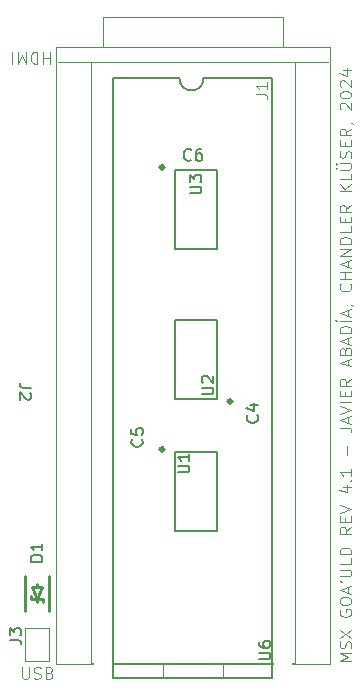
<source format=gto>
G04 #@! TF.GenerationSoftware,KiCad,Pcbnew,8.0.6*
G04 #@! TF.CreationDate,2024-10-21T20:58:37-03:00*
G04 #@! TF.ProjectId,MSX_Goauld_Rev4_1,4d53585f-476f-4617-956c-645f52657634,rev?*
G04 #@! TF.SameCoordinates,Original*
G04 #@! TF.FileFunction,Legend,Top*
G04 #@! TF.FilePolarity,Positive*
%FSLAX46Y46*%
G04 Gerber Fmt 4.6, Leading zero omitted, Abs format (unit mm)*
G04 Created by KiCad (PCBNEW 8.0.6) date 2024-10-21 20:58:37*
%MOMM*%
%LPD*%
G01*
G04 APERTURE LIST*
G04 Aperture macros list*
%AMFreePoly0*
4,1,6,1.000000,0.000000,0.500000,-0.750000,-0.500000,-0.750000,-0.500000,0.750000,0.500000,0.750000,1.000000,0.000000,1.000000,0.000000,$1*%
%AMFreePoly1*
4,1,6,0.500000,-0.750000,-0.650000,-0.750000,-0.150000,0.000000,-0.650000,0.750000,0.500000,0.750000,0.500000,-0.750000,0.500000,-0.750000,$1*%
G04 Aperture macros list end*
%ADD10C,0.100000*%
%ADD11C,0.150000*%
%ADD12C,0.120000*%
%ADD13C,0.250000*%
%ADD14C,0.300000*%
%ADD15C,0.152400*%
%ADD16FreePoly0,270.000000*%
%ADD17FreePoly1,270.000000*%
%ADD18R,1.400000X1.200000*%
%ADD19C,1.320800*%
%ADD20R,0.860000X0.810000*%
%ADD21O,1.740000X0.360000*%
%ADD22C,1.500000*%
%ADD23R,0.810000X0.860000*%
G04 APERTURE END LIST*
D10*
X153424095Y-125872419D02*
X153424095Y-126681942D01*
X153424095Y-126681942D02*
X153471714Y-126777180D01*
X153471714Y-126777180D02*
X153519333Y-126824800D01*
X153519333Y-126824800D02*
X153614571Y-126872419D01*
X153614571Y-126872419D02*
X153805047Y-126872419D01*
X153805047Y-126872419D02*
X153900285Y-126824800D01*
X153900285Y-126824800D02*
X153947904Y-126777180D01*
X153947904Y-126777180D02*
X153995523Y-126681942D01*
X153995523Y-126681942D02*
X153995523Y-125872419D01*
X154424095Y-126824800D02*
X154566952Y-126872419D01*
X154566952Y-126872419D02*
X154805047Y-126872419D01*
X154805047Y-126872419D02*
X154900285Y-126824800D01*
X154900285Y-126824800D02*
X154947904Y-126777180D01*
X154947904Y-126777180D02*
X154995523Y-126681942D01*
X154995523Y-126681942D02*
X154995523Y-126586704D01*
X154995523Y-126586704D02*
X154947904Y-126491466D01*
X154947904Y-126491466D02*
X154900285Y-126443847D01*
X154900285Y-126443847D02*
X154805047Y-126396228D01*
X154805047Y-126396228D02*
X154614571Y-126348609D01*
X154614571Y-126348609D02*
X154519333Y-126300990D01*
X154519333Y-126300990D02*
X154471714Y-126253371D01*
X154471714Y-126253371D02*
X154424095Y-126158133D01*
X154424095Y-126158133D02*
X154424095Y-126062895D01*
X154424095Y-126062895D02*
X154471714Y-125967657D01*
X154471714Y-125967657D02*
X154519333Y-125920038D01*
X154519333Y-125920038D02*
X154614571Y-125872419D01*
X154614571Y-125872419D02*
X154852666Y-125872419D01*
X154852666Y-125872419D02*
X154995523Y-125920038D01*
X155757428Y-126348609D02*
X155900285Y-126396228D01*
X155900285Y-126396228D02*
X155947904Y-126443847D01*
X155947904Y-126443847D02*
X155995523Y-126539085D01*
X155995523Y-126539085D02*
X155995523Y-126681942D01*
X155995523Y-126681942D02*
X155947904Y-126777180D01*
X155947904Y-126777180D02*
X155900285Y-126824800D01*
X155900285Y-126824800D02*
X155805047Y-126872419D01*
X155805047Y-126872419D02*
X155424095Y-126872419D01*
X155424095Y-126872419D02*
X155424095Y-125872419D01*
X155424095Y-125872419D02*
X155757428Y-125872419D01*
X155757428Y-125872419D02*
X155852666Y-125920038D01*
X155852666Y-125920038D02*
X155900285Y-125967657D01*
X155900285Y-125967657D02*
X155947904Y-126062895D01*
X155947904Y-126062895D02*
X155947904Y-126158133D01*
X155947904Y-126158133D02*
X155900285Y-126253371D01*
X155900285Y-126253371D02*
X155852666Y-126300990D01*
X155852666Y-126300990D02*
X155757428Y-126348609D01*
X155757428Y-126348609D02*
X155424095Y-126348609D01*
X155773237Y-73787580D02*
X155773237Y-74787580D01*
X155773237Y-74311390D02*
X155201809Y-74311390D01*
X155201809Y-73787580D02*
X155201809Y-74787580D01*
X154725618Y-73787580D02*
X154725618Y-74787580D01*
X154725618Y-74787580D02*
X154487523Y-74787580D01*
X154487523Y-74787580D02*
X154344666Y-74739961D01*
X154344666Y-74739961D02*
X154249428Y-74644723D01*
X154249428Y-74644723D02*
X154201809Y-74549485D01*
X154201809Y-74549485D02*
X154154190Y-74359009D01*
X154154190Y-74359009D02*
X154154190Y-74216152D01*
X154154190Y-74216152D02*
X154201809Y-74025676D01*
X154201809Y-74025676D02*
X154249428Y-73930438D01*
X154249428Y-73930438D02*
X154344666Y-73835200D01*
X154344666Y-73835200D02*
X154487523Y-73787580D01*
X154487523Y-73787580D02*
X154725618Y-73787580D01*
X153725618Y-73787580D02*
X153725618Y-74787580D01*
X153725618Y-74787580D02*
X153392285Y-74073295D01*
X153392285Y-74073295D02*
X153058952Y-74787580D01*
X153058952Y-74787580D02*
X153058952Y-73787580D01*
X152582761Y-73787580D02*
X152582761Y-74787580D01*
X181305419Y-125377619D02*
X180305419Y-125377619D01*
X180305419Y-125377619D02*
X181019704Y-125044286D01*
X181019704Y-125044286D02*
X180305419Y-124710953D01*
X180305419Y-124710953D02*
X181305419Y-124710953D01*
X181257800Y-124282381D02*
X181305419Y-124139524D01*
X181305419Y-124139524D02*
X181305419Y-123901429D01*
X181305419Y-123901429D02*
X181257800Y-123806191D01*
X181257800Y-123806191D02*
X181210180Y-123758572D01*
X181210180Y-123758572D02*
X181114942Y-123710953D01*
X181114942Y-123710953D02*
X181019704Y-123710953D01*
X181019704Y-123710953D02*
X180924466Y-123758572D01*
X180924466Y-123758572D02*
X180876847Y-123806191D01*
X180876847Y-123806191D02*
X180829228Y-123901429D01*
X180829228Y-123901429D02*
X180781609Y-124091905D01*
X180781609Y-124091905D02*
X180733990Y-124187143D01*
X180733990Y-124187143D02*
X180686371Y-124234762D01*
X180686371Y-124234762D02*
X180591133Y-124282381D01*
X180591133Y-124282381D02*
X180495895Y-124282381D01*
X180495895Y-124282381D02*
X180400657Y-124234762D01*
X180400657Y-124234762D02*
X180353038Y-124187143D01*
X180353038Y-124187143D02*
X180305419Y-124091905D01*
X180305419Y-124091905D02*
X180305419Y-123853810D01*
X180305419Y-123853810D02*
X180353038Y-123710953D01*
X180305419Y-123377619D02*
X181305419Y-122710953D01*
X180305419Y-122710953D02*
X181305419Y-123377619D01*
X180353038Y-121044286D02*
X180305419Y-121139524D01*
X180305419Y-121139524D02*
X180305419Y-121282381D01*
X180305419Y-121282381D02*
X180353038Y-121425238D01*
X180353038Y-121425238D02*
X180448276Y-121520476D01*
X180448276Y-121520476D02*
X180543514Y-121568095D01*
X180543514Y-121568095D02*
X180733990Y-121615714D01*
X180733990Y-121615714D02*
X180876847Y-121615714D01*
X180876847Y-121615714D02*
X181067323Y-121568095D01*
X181067323Y-121568095D02*
X181162561Y-121520476D01*
X181162561Y-121520476D02*
X181257800Y-121425238D01*
X181257800Y-121425238D02*
X181305419Y-121282381D01*
X181305419Y-121282381D02*
X181305419Y-121187143D01*
X181305419Y-121187143D02*
X181257800Y-121044286D01*
X181257800Y-121044286D02*
X181210180Y-120996667D01*
X181210180Y-120996667D02*
X180876847Y-120996667D01*
X180876847Y-120996667D02*
X180876847Y-121187143D01*
X180305419Y-120377619D02*
X180305419Y-120187143D01*
X180305419Y-120187143D02*
X180353038Y-120091905D01*
X180353038Y-120091905D02*
X180448276Y-119996667D01*
X180448276Y-119996667D02*
X180638752Y-119949048D01*
X180638752Y-119949048D02*
X180972085Y-119949048D01*
X180972085Y-119949048D02*
X181162561Y-119996667D01*
X181162561Y-119996667D02*
X181257800Y-120091905D01*
X181257800Y-120091905D02*
X181305419Y-120187143D01*
X181305419Y-120187143D02*
X181305419Y-120377619D01*
X181305419Y-120377619D02*
X181257800Y-120472857D01*
X181257800Y-120472857D02*
X181162561Y-120568095D01*
X181162561Y-120568095D02*
X180972085Y-120615714D01*
X180972085Y-120615714D02*
X180638752Y-120615714D01*
X180638752Y-120615714D02*
X180448276Y-120568095D01*
X180448276Y-120568095D02*
X180353038Y-120472857D01*
X180353038Y-120472857D02*
X180305419Y-120377619D01*
X181019704Y-119568095D02*
X181019704Y-119091905D01*
X181305419Y-119663333D02*
X180305419Y-119330000D01*
X180305419Y-119330000D02*
X181305419Y-118996667D01*
X180305419Y-118615714D02*
X180495895Y-118710952D01*
X180305419Y-118187143D02*
X181114942Y-118187143D01*
X181114942Y-118187143D02*
X181210180Y-118139524D01*
X181210180Y-118139524D02*
X181257800Y-118091905D01*
X181257800Y-118091905D02*
X181305419Y-117996667D01*
X181305419Y-117996667D02*
X181305419Y-117806191D01*
X181305419Y-117806191D02*
X181257800Y-117710953D01*
X181257800Y-117710953D02*
X181210180Y-117663334D01*
X181210180Y-117663334D02*
X181114942Y-117615715D01*
X181114942Y-117615715D02*
X180305419Y-117615715D01*
X181305419Y-116663334D02*
X181305419Y-117139524D01*
X181305419Y-117139524D02*
X180305419Y-117139524D01*
X181305419Y-116330000D02*
X180305419Y-116330000D01*
X180305419Y-116330000D02*
X180305419Y-116091905D01*
X180305419Y-116091905D02*
X180353038Y-115949048D01*
X180353038Y-115949048D02*
X180448276Y-115853810D01*
X180448276Y-115853810D02*
X180543514Y-115806191D01*
X180543514Y-115806191D02*
X180733990Y-115758572D01*
X180733990Y-115758572D02*
X180876847Y-115758572D01*
X180876847Y-115758572D02*
X181067323Y-115806191D01*
X181067323Y-115806191D02*
X181162561Y-115853810D01*
X181162561Y-115853810D02*
X181257800Y-115949048D01*
X181257800Y-115949048D02*
X181305419Y-116091905D01*
X181305419Y-116091905D02*
X181305419Y-116330000D01*
X181305419Y-113996667D02*
X180829228Y-114330000D01*
X181305419Y-114568095D02*
X180305419Y-114568095D01*
X180305419Y-114568095D02*
X180305419Y-114187143D01*
X180305419Y-114187143D02*
X180353038Y-114091905D01*
X180353038Y-114091905D02*
X180400657Y-114044286D01*
X180400657Y-114044286D02*
X180495895Y-113996667D01*
X180495895Y-113996667D02*
X180638752Y-113996667D01*
X180638752Y-113996667D02*
X180733990Y-114044286D01*
X180733990Y-114044286D02*
X180781609Y-114091905D01*
X180781609Y-114091905D02*
X180829228Y-114187143D01*
X180829228Y-114187143D02*
X180829228Y-114568095D01*
X180781609Y-113568095D02*
X180781609Y-113234762D01*
X181305419Y-113091905D02*
X181305419Y-113568095D01*
X181305419Y-113568095D02*
X180305419Y-113568095D01*
X180305419Y-113568095D02*
X180305419Y-113091905D01*
X180305419Y-112806190D02*
X181305419Y-112472857D01*
X181305419Y-112472857D02*
X180305419Y-112139524D01*
X180638752Y-110615714D02*
X181305419Y-110615714D01*
X180257800Y-110853809D02*
X180972085Y-111091904D01*
X180972085Y-111091904D02*
X180972085Y-110472857D01*
X181210180Y-110091904D02*
X181257800Y-110044285D01*
X181257800Y-110044285D02*
X181305419Y-110091904D01*
X181305419Y-110091904D02*
X181257800Y-110139523D01*
X181257800Y-110139523D02*
X181210180Y-110091904D01*
X181210180Y-110091904D02*
X181305419Y-110091904D01*
X181305419Y-109091905D02*
X181305419Y-109663333D01*
X181305419Y-109377619D02*
X180305419Y-109377619D01*
X180305419Y-109377619D02*
X180448276Y-109472857D01*
X180448276Y-109472857D02*
X180543514Y-109568095D01*
X180543514Y-109568095D02*
X180591133Y-109663333D01*
X180924466Y-107901428D02*
X180924466Y-107139524D01*
X180305419Y-105615714D02*
X181019704Y-105615714D01*
X181019704Y-105615714D02*
X181162561Y-105663333D01*
X181162561Y-105663333D02*
X181257800Y-105758571D01*
X181257800Y-105758571D02*
X181305419Y-105901428D01*
X181305419Y-105901428D02*
X181305419Y-105996666D01*
X181019704Y-105187142D02*
X181019704Y-104710952D01*
X181305419Y-105282380D02*
X180305419Y-104949047D01*
X180305419Y-104949047D02*
X181305419Y-104615714D01*
X180305419Y-104425237D02*
X181305419Y-104091904D01*
X181305419Y-104091904D02*
X180305419Y-103758571D01*
X181305419Y-103425237D02*
X180305419Y-103425237D01*
X180781609Y-102949047D02*
X180781609Y-102615714D01*
X181305419Y-102472857D02*
X181305419Y-102949047D01*
X181305419Y-102949047D02*
X180305419Y-102949047D01*
X180305419Y-102949047D02*
X180305419Y-102472857D01*
X181305419Y-101472857D02*
X180829228Y-101806190D01*
X181305419Y-102044285D02*
X180305419Y-102044285D01*
X180305419Y-102044285D02*
X180305419Y-101663333D01*
X180305419Y-101663333D02*
X180353038Y-101568095D01*
X180353038Y-101568095D02*
X180400657Y-101520476D01*
X180400657Y-101520476D02*
X180495895Y-101472857D01*
X180495895Y-101472857D02*
X180638752Y-101472857D01*
X180638752Y-101472857D02*
X180733990Y-101520476D01*
X180733990Y-101520476D02*
X180781609Y-101568095D01*
X180781609Y-101568095D02*
X180829228Y-101663333D01*
X180829228Y-101663333D02*
X180829228Y-102044285D01*
X181019704Y-100329999D02*
X181019704Y-99853809D01*
X181305419Y-100425237D02*
X180305419Y-100091904D01*
X180305419Y-100091904D02*
X181305419Y-99758571D01*
X180781609Y-99091904D02*
X180829228Y-98949047D01*
X180829228Y-98949047D02*
X180876847Y-98901428D01*
X180876847Y-98901428D02*
X180972085Y-98853809D01*
X180972085Y-98853809D02*
X181114942Y-98853809D01*
X181114942Y-98853809D02*
X181210180Y-98901428D01*
X181210180Y-98901428D02*
X181257800Y-98949047D01*
X181257800Y-98949047D02*
X181305419Y-99044285D01*
X181305419Y-99044285D02*
X181305419Y-99425237D01*
X181305419Y-99425237D02*
X180305419Y-99425237D01*
X180305419Y-99425237D02*
X180305419Y-99091904D01*
X180305419Y-99091904D02*
X180353038Y-98996666D01*
X180353038Y-98996666D02*
X180400657Y-98949047D01*
X180400657Y-98949047D02*
X180495895Y-98901428D01*
X180495895Y-98901428D02*
X180591133Y-98901428D01*
X180591133Y-98901428D02*
X180686371Y-98949047D01*
X180686371Y-98949047D02*
X180733990Y-98996666D01*
X180733990Y-98996666D02*
X180781609Y-99091904D01*
X180781609Y-99091904D02*
X180781609Y-99425237D01*
X181019704Y-98472856D02*
X181019704Y-97996666D01*
X181305419Y-98568094D02*
X180305419Y-98234761D01*
X180305419Y-98234761D02*
X181305419Y-97901428D01*
X181305419Y-97568094D02*
X180305419Y-97568094D01*
X180305419Y-97568094D02*
X180305419Y-97329999D01*
X180305419Y-97329999D02*
X180353038Y-97187142D01*
X180353038Y-97187142D02*
X180448276Y-97091904D01*
X180448276Y-97091904D02*
X180543514Y-97044285D01*
X180543514Y-97044285D02*
X180733990Y-96996666D01*
X180733990Y-96996666D02*
X180876847Y-96996666D01*
X180876847Y-96996666D02*
X181067323Y-97044285D01*
X181067323Y-97044285D02*
X181162561Y-97091904D01*
X181162561Y-97091904D02*
X181257800Y-97187142D01*
X181257800Y-97187142D02*
X181305419Y-97329999D01*
X181305419Y-97329999D02*
X181305419Y-97568094D01*
X181305419Y-96568094D02*
X180305419Y-96568094D01*
X179924466Y-96472856D02*
X180067323Y-96615713D01*
X181019704Y-96139523D02*
X181019704Y-95663333D01*
X181305419Y-96234761D02*
X180305419Y-95901428D01*
X180305419Y-95901428D02*
X181305419Y-95568095D01*
X181257800Y-95187142D02*
X181305419Y-95187142D01*
X181305419Y-95187142D02*
X181400657Y-95234761D01*
X181400657Y-95234761D02*
X181448276Y-95282380D01*
X181210180Y-93425238D02*
X181257800Y-93472857D01*
X181257800Y-93472857D02*
X181305419Y-93615714D01*
X181305419Y-93615714D02*
X181305419Y-93710952D01*
X181305419Y-93710952D02*
X181257800Y-93853809D01*
X181257800Y-93853809D02*
X181162561Y-93949047D01*
X181162561Y-93949047D02*
X181067323Y-93996666D01*
X181067323Y-93996666D02*
X180876847Y-94044285D01*
X180876847Y-94044285D02*
X180733990Y-94044285D01*
X180733990Y-94044285D02*
X180543514Y-93996666D01*
X180543514Y-93996666D02*
X180448276Y-93949047D01*
X180448276Y-93949047D02*
X180353038Y-93853809D01*
X180353038Y-93853809D02*
X180305419Y-93710952D01*
X180305419Y-93710952D02*
X180305419Y-93615714D01*
X180305419Y-93615714D02*
X180353038Y-93472857D01*
X180353038Y-93472857D02*
X180400657Y-93425238D01*
X181305419Y-92996666D02*
X180305419Y-92996666D01*
X180781609Y-92996666D02*
X180781609Y-92425238D01*
X181305419Y-92425238D02*
X180305419Y-92425238D01*
X181019704Y-91996666D02*
X181019704Y-91520476D01*
X181305419Y-92091904D02*
X180305419Y-91758571D01*
X180305419Y-91758571D02*
X181305419Y-91425238D01*
X181305419Y-91091904D02*
X180305419Y-91091904D01*
X180305419Y-91091904D02*
X181305419Y-90520476D01*
X181305419Y-90520476D02*
X180305419Y-90520476D01*
X181305419Y-90044285D02*
X180305419Y-90044285D01*
X180305419Y-90044285D02*
X180305419Y-89806190D01*
X180305419Y-89806190D02*
X180353038Y-89663333D01*
X180353038Y-89663333D02*
X180448276Y-89568095D01*
X180448276Y-89568095D02*
X180543514Y-89520476D01*
X180543514Y-89520476D02*
X180733990Y-89472857D01*
X180733990Y-89472857D02*
X180876847Y-89472857D01*
X180876847Y-89472857D02*
X181067323Y-89520476D01*
X181067323Y-89520476D02*
X181162561Y-89568095D01*
X181162561Y-89568095D02*
X181257800Y-89663333D01*
X181257800Y-89663333D02*
X181305419Y-89806190D01*
X181305419Y-89806190D02*
X181305419Y-90044285D01*
X181305419Y-88568095D02*
X181305419Y-89044285D01*
X181305419Y-89044285D02*
X180305419Y-89044285D01*
X180781609Y-88234761D02*
X180781609Y-87901428D01*
X181305419Y-87758571D02*
X181305419Y-88234761D01*
X181305419Y-88234761D02*
X180305419Y-88234761D01*
X180305419Y-88234761D02*
X180305419Y-87758571D01*
X181305419Y-86758571D02*
X180829228Y-87091904D01*
X181305419Y-87329999D02*
X180305419Y-87329999D01*
X180305419Y-87329999D02*
X180305419Y-86949047D01*
X180305419Y-86949047D02*
X180353038Y-86853809D01*
X180353038Y-86853809D02*
X180400657Y-86806190D01*
X180400657Y-86806190D02*
X180495895Y-86758571D01*
X180495895Y-86758571D02*
X180638752Y-86758571D01*
X180638752Y-86758571D02*
X180733990Y-86806190D01*
X180733990Y-86806190D02*
X180781609Y-86853809D01*
X180781609Y-86853809D02*
X180829228Y-86949047D01*
X180829228Y-86949047D02*
X180829228Y-87329999D01*
X181305419Y-85568094D02*
X180305419Y-85568094D01*
X181305419Y-84996666D02*
X180733990Y-85425237D01*
X180305419Y-84996666D02*
X180876847Y-85568094D01*
X181305419Y-84091904D02*
X181305419Y-84568094D01*
X181305419Y-84568094D02*
X180305419Y-84568094D01*
X180305419Y-83758570D02*
X181114942Y-83758570D01*
X181114942Y-83758570D02*
X181210180Y-83710951D01*
X181210180Y-83710951D02*
X181257800Y-83663332D01*
X181257800Y-83663332D02*
X181305419Y-83568094D01*
X181305419Y-83568094D02*
X181305419Y-83377618D01*
X181305419Y-83377618D02*
X181257800Y-83282380D01*
X181257800Y-83282380D02*
X181210180Y-83234761D01*
X181210180Y-83234761D02*
X181114942Y-83187142D01*
X181114942Y-83187142D02*
X180305419Y-83187142D01*
X179972085Y-83663332D02*
X180019704Y-83615713D01*
X180019704Y-83615713D02*
X180067323Y-83663332D01*
X180067323Y-83663332D02*
X180019704Y-83710951D01*
X180019704Y-83710951D02*
X179972085Y-83663332D01*
X179972085Y-83663332D02*
X180067323Y-83663332D01*
X179972085Y-83282380D02*
X180019704Y-83234761D01*
X180019704Y-83234761D02*
X180067323Y-83282380D01*
X180067323Y-83282380D02*
X180019704Y-83329999D01*
X180019704Y-83329999D02*
X179972085Y-83282380D01*
X179972085Y-83282380D02*
X180067323Y-83282380D01*
X181257800Y-82758570D02*
X181305419Y-82615713D01*
X181305419Y-82615713D02*
X181305419Y-82377618D01*
X181305419Y-82377618D02*
X181257800Y-82282380D01*
X181257800Y-82282380D02*
X181210180Y-82234761D01*
X181210180Y-82234761D02*
X181114942Y-82187142D01*
X181114942Y-82187142D02*
X181019704Y-82187142D01*
X181019704Y-82187142D02*
X180924466Y-82234761D01*
X180924466Y-82234761D02*
X180876847Y-82282380D01*
X180876847Y-82282380D02*
X180829228Y-82377618D01*
X180829228Y-82377618D02*
X180781609Y-82568094D01*
X180781609Y-82568094D02*
X180733990Y-82663332D01*
X180733990Y-82663332D02*
X180686371Y-82710951D01*
X180686371Y-82710951D02*
X180591133Y-82758570D01*
X180591133Y-82758570D02*
X180495895Y-82758570D01*
X180495895Y-82758570D02*
X180400657Y-82710951D01*
X180400657Y-82710951D02*
X180353038Y-82663332D01*
X180353038Y-82663332D02*
X180305419Y-82568094D01*
X180305419Y-82568094D02*
X180305419Y-82329999D01*
X180305419Y-82329999D02*
X180353038Y-82187142D01*
X180781609Y-81758570D02*
X180781609Y-81425237D01*
X181305419Y-81282380D02*
X181305419Y-81758570D01*
X181305419Y-81758570D02*
X180305419Y-81758570D01*
X180305419Y-81758570D02*
X180305419Y-81282380D01*
X181305419Y-80282380D02*
X180829228Y-80615713D01*
X181305419Y-80853808D02*
X180305419Y-80853808D01*
X180305419Y-80853808D02*
X180305419Y-80472856D01*
X180305419Y-80472856D02*
X180353038Y-80377618D01*
X180353038Y-80377618D02*
X180400657Y-80329999D01*
X180400657Y-80329999D02*
X180495895Y-80282380D01*
X180495895Y-80282380D02*
X180638752Y-80282380D01*
X180638752Y-80282380D02*
X180733990Y-80329999D01*
X180733990Y-80329999D02*
X180781609Y-80377618D01*
X180781609Y-80377618D02*
X180829228Y-80472856D01*
X180829228Y-80472856D02*
X180829228Y-80853808D01*
X181257800Y-79806189D02*
X181305419Y-79806189D01*
X181305419Y-79806189D02*
X181400657Y-79853808D01*
X181400657Y-79853808D02*
X181448276Y-79901427D01*
X180400657Y-78663332D02*
X180353038Y-78615713D01*
X180353038Y-78615713D02*
X180305419Y-78520475D01*
X180305419Y-78520475D02*
X180305419Y-78282380D01*
X180305419Y-78282380D02*
X180353038Y-78187142D01*
X180353038Y-78187142D02*
X180400657Y-78139523D01*
X180400657Y-78139523D02*
X180495895Y-78091904D01*
X180495895Y-78091904D02*
X180591133Y-78091904D01*
X180591133Y-78091904D02*
X180733990Y-78139523D01*
X180733990Y-78139523D02*
X181305419Y-78710951D01*
X181305419Y-78710951D02*
X181305419Y-78091904D01*
X180305419Y-77472856D02*
X180305419Y-77377618D01*
X180305419Y-77377618D02*
X180353038Y-77282380D01*
X180353038Y-77282380D02*
X180400657Y-77234761D01*
X180400657Y-77234761D02*
X180495895Y-77187142D01*
X180495895Y-77187142D02*
X180686371Y-77139523D01*
X180686371Y-77139523D02*
X180924466Y-77139523D01*
X180924466Y-77139523D02*
X181114942Y-77187142D01*
X181114942Y-77187142D02*
X181210180Y-77234761D01*
X181210180Y-77234761D02*
X181257800Y-77282380D01*
X181257800Y-77282380D02*
X181305419Y-77377618D01*
X181305419Y-77377618D02*
X181305419Y-77472856D01*
X181305419Y-77472856D02*
X181257800Y-77568094D01*
X181257800Y-77568094D02*
X181210180Y-77615713D01*
X181210180Y-77615713D02*
X181114942Y-77663332D01*
X181114942Y-77663332D02*
X180924466Y-77710951D01*
X180924466Y-77710951D02*
X180686371Y-77710951D01*
X180686371Y-77710951D02*
X180495895Y-77663332D01*
X180495895Y-77663332D02*
X180400657Y-77615713D01*
X180400657Y-77615713D02*
X180353038Y-77568094D01*
X180353038Y-77568094D02*
X180305419Y-77472856D01*
X180400657Y-76758570D02*
X180353038Y-76710951D01*
X180353038Y-76710951D02*
X180305419Y-76615713D01*
X180305419Y-76615713D02*
X180305419Y-76377618D01*
X180305419Y-76377618D02*
X180353038Y-76282380D01*
X180353038Y-76282380D02*
X180400657Y-76234761D01*
X180400657Y-76234761D02*
X180495895Y-76187142D01*
X180495895Y-76187142D02*
X180591133Y-76187142D01*
X180591133Y-76187142D02*
X180733990Y-76234761D01*
X180733990Y-76234761D02*
X181305419Y-76806189D01*
X181305419Y-76806189D02*
X181305419Y-76187142D01*
X180638752Y-75329999D02*
X181305419Y-75329999D01*
X180257800Y-75568094D02*
X180972085Y-75806189D01*
X180972085Y-75806189D02*
X180972085Y-75187142D01*
D11*
X154215180Y-102222493D02*
X153500895Y-102222493D01*
X153500895Y-102222493D02*
X153358038Y-102174874D01*
X153358038Y-102174874D02*
X153262800Y-102079636D01*
X153262800Y-102079636D02*
X153215180Y-101936779D01*
X153215180Y-101936779D02*
X153215180Y-101841541D01*
X154119942Y-102651065D02*
X154167561Y-102698684D01*
X154167561Y-102698684D02*
X154215180Y-102793922D01*
X154215180Y-102793922D02*
X154215180Y-103032017D01*
X154215180Y-103032017D02*
X154167561Y-103127255D01*
X154167561Y-103127255D02*
X154119942Y-103174874D01*
X154119942Y-103174874D02*
X154024704Y-103222493D01*
X154024704Y-103222493D02*
X153929466Y-103222493D01*
X153929466Y-103222493D02*
X153786609Y-103174874D01*
X153786609Y-103174874D02*
X153215180Y-102603446D01*
X153215180Y-102603446D02*
X153215180Y-103222493D01*
X152362819Y-123583506D02*
X153077104Y-123583506D01*
X153077104Y-123583506D02*
X153219961Y-123631125D01*
X153219961Y-123631125D02*
X153315200Y-123726363D01*
X153315200Y-123726363D02*
X153362819Y-123869220D01*
X153362819Y-123869220D02*
X153362819Y-123964458D01*
X152362819Y-123202553D02*
X152362819Y-122583506D01*
X152362819Y-122583506D02*
X152743771Y-122916839D01*
X152743771Y-122916839D02*
X152743771Y-122773982D01*
X152743771Y-122773982D02*
X152791390Y-122678744D01*
X152791390Y-122678744D02*
X152839009Y-122631125D01*
X152839009Y-122631125D02*
X152934247Y-122583506D01*
X152934247Y-122583506D02*
X153172342Y-122583506D01*
X153172342Y-122583506D02*
X153267580Y-122631125D01*
X153267580Y-122631125D02*
X153315200Y-122678744D01*
X153315200Y-122678744D02*
X153362819Y-122773982D01*
X153362819Y-122773982D02*
X153362819Y-123059696D01*
X153362819Y-123059696D02*
X153315200Y-123154934D01*
X153315200Y-123154934D02*
X153267580Y-123202553D01*
X155140819Y-116943094D02*
X154140819Y-116943094D01*
X154140819Y-116943094D02*
X154140819Y-116704999D01*
X154140819Y-116704999D02*
X154188438Y-116562142D01*
X154188438Y-116562142D02*
X154283676Y-116466904D01*
X154283676Y-116466904D02*
X154378914Y-116419285D01*
X154378914Y-116419285D02*
X154569390Y-116371666D01*
X154569390Y-116371666D02*
X154712247Y-116371666D01*
X154712247Y-116371666D02*
X154902723Y-116419285D01*
X154902723Y-116419285D02*
X154997961Y-116466904D01*
X154997961Y-116466904D02*
X155093200Y-116562142D01*
X155093200Y-116562142D02*
X155140819Y-116704999D01*
X155140819Y-116704999D02*
X155140819Y-116943094D01*
X155140819Y-115419285D02*
X155140819Y-115990713D01*
X155140819Y-115704999D02*
X154140819Y-115704999D01*
X154140819Y-115704999D02*
X154283676Y-115800237D01*
X154283676Y-115800237D02*
X154378914Y-115895475D01*
X154378914Y-115895475D02*
X154426533Y-115990713D01*
X173444819Y-125221904D02*
X174254342Y-125221904D01*
X174254342Y-125221904D02*
X174349580Y-125174285D01*
X174349580Y-125174285D02*
X174397200Y-125126666D01*
X174397200Y-125126666D02*
X174444819Y-125031428D01*
X174444819Y-125031428D02*
X174444819Y-124840952D01*
X174444819Y-124840952D02*
X174397200Y-124745714D01*
X174397200Y-124745714D02*
X174349580Y-124698095D01*
X174349580Y-124698095D02*
X174254342Y-124650476D01*
X174254342Y-124650476D02*
X173444819Y-124650476D01*
X173444819Y-123745714D02*
X173444819Y-123936190D01*
X173444819Y-123936190D02*
X173492438Y-124031428D01*
X173492438Y-124031428D02*
X173540057Y-124079047D01*
X173540057Y-124079047D02*
X173682914Y-124174285D01*
X173682914Y-124174285D02*
X173873390Y-124221904D01*
X173873390Y-124221904D02*
X174254342Y-124221904D01*
X174254342Y-124221904D02*
X174349580Y-124174285D01*
X174349580Y-124174285D02*
X174397200Y-124126666D01*
X174397200Y-124126666D02*
X174444819Y-124031428D01*
X174444819Y-124031428D02*
X174444819Y-123840952D01*
X174444819Y-123840952D02*
X174397200Y-123745714D01*
X174397200Y-123745714D02*
X174349580Y-123698095D01*
X174349580Y-123698095D02*
X174254342Y-123650476D01*
X174254342Y-123650476D02*
X174016247Y-123650476D01*
X174016247Y-123650476D02*
X173921009Y-123698095D01*
X173921009Y-123698095D02*
X173873390Y-123745714D01*
X173873390Y-123745714D02*
X173825771Y-123840952D01*
X173825771Y-123840952D02*
X173825771Y-124031428D01*
X173825771Y-124031428D02*
X173873390Y-124126666D01*
X173873390Y-124126666D02*
X173921009Y-124174285D01*
X173921009Y-124174285D02*
X174016247Y-124221904D01*
X173333580Y-104560666D02*
X173381200Y-104608285D01*
X173381200Y-104608285D02*
X173428819Y-104751142D01*
X173428819Y-104751142D02*
X173428819Y-104846380D01*
X173428819Y-104846380D02*
X173381200Y-104989237D01*
X173381200Y-104989237D02*
X173285961Y-105084475D01*
X173285961Y-105084475D02*
X173190723Y-105132094D01*
X173190723Y-105132094D02*
X173000247Y-105179713D01*
X173000247Y-105179713D02*
X172857390Y-105179713D01*
X172857390Y-105179713D02*
X172666914Y-105132094D01*
X172666914Y-105132094D02*
X172571676Y-105084475D01*
X172571676Y-105084475D02*
X172476438Y-104989237D01*
X172476438Y-104989237D02*
X172428819Y-104846380D01*
X172428819Y-104846380D02*
X172428819Y-104751142D01*
X172428819Y-104751142D02*
X172476438Y-104608285D01*
X172476438Y-104608285D02*
X172524057Y-104560666D01*
X172762152Y-103703523D02*
X173428819Y-103703523D01*
X172381200Y-103941618D02*
X173095485Y-104179713D01*
X173095485Y-104179713D02*
X173095485Y-103560666D01*
X166586819Y-109391220D02*
X167396342Y-109391220D01*
X167396342Y-109391220D02*
X167491580Y-109343601D01*
X167491580Y-109343601D02*
X167539200Y-109295982D01*
X167539200Y-109295982D02*
X167586819Y-109200744D01*
X167586819Y-109200744D02*
X167586819Y-109010268D01*
X167586819Y-109010268D02*
X167539200Y-108915030D01*
X167539200Y-108915030D02*
X167491580Y-108867411D01*
X167491580Y-108867411D02*
X167396342Y-108819792D01*
X167396342Y-108819792D02*
X166586819Y-108819792D01*
X167586819Y-107819792D02*
X167586819Y-108391220D01*
X167586819Y-108105506D02*
X166586819Y-108105506D01*
X166586819Y-108105506D02*
X166729676Y-108200744D01*
X166729676Y-108200744D02*
X166824914Y-108295982D01*
X166824914Y-108295982D02*
X166872533Y-108391220D01*
X168618819Y-102787220D02*
X169428342Y-102787220D01*
X169428342Y-102787220D02*
X169523580Y-102739601D01*
X169523580Y-102739601D02*
X169571200Y-102691982D01*
X169571200Y-102691982D02*
X169618819Y-102596744D01*
X169618819Y-102596744D02*
X169618819Y-102406268D01*
X169618819Y-102406268D02*
X169571200Y-102311030D01*
X169571200Y-102311030D02*
X169523580Y-102263411D01*
X169523580Y-102263411D02*
X169428342Y-102215792D01*
X169428342Y-102215792D02*
X168618819Y-102215792D01*
X168714057Y-101787220D02*
X168666438Y-101739601D01*
X168666438Y-101739601D02*
X168618819Y-101644363D01*
X168618819Y-101644363D02*
X168618819Y-101406268D01*
X168618819Y-101406268D02*
X168666438Y-101311030D01*
X168666438Y-101311030D02*
X168714057Y-101263411D01*
X168714057Y-101263411D02*
X168809295Y-101215792D01*
X168809295Y-101215792D02*
X168904533Y-101215792D01*
X168904533Y-101215792D02*
X169047390Y-101263411D01*
X169047390Y-101263411D02*
X169618819Y-101834839D01*
X169618819Y-101834839D02*
X169618819Y-101215792D01*
X167739333Y-82909580D02*
X167691714Y-82957200D01*
X167691714Y-82957200D02*
X167548857Y-83004819D01*
X167548857Y-83004819D02*
X167453619Y-83004819D01*
X167453619Y-83004819D02*
X167310762Y-82957200D01*
X167310762Y-82957200D02*
X167215524Y-82861961D01*
X167215524Y-82861961D02*
X167167905Y-82766723D01*
X167167905Y-82766723D02*
X167120286Y-82576247D01*
X167120286Y-82576247D02*
X167120286Y-82433390D01*
X167120286Y-82433390D02*
X167167905Y-82242914D01*
X167167905Y-82242914D02*
X167215524Y-82147676D01*
X167215524Y-82147676D02*
X167310762Y-82052438D01*
X167310762Y-82052438D02*
X167453619Y-82004819D01*
X167453619Y-82004819D02*
X167548857Y-82004819D01*
X167548857Y-82004819D02*
X167691714Y-82052438D01*
X167691714Y-82052438D02*
X167739333Y-82100057D01*
X168596476Y-82004819D02*
X168406000Y-82004819D01*
X168406000Y-82004819D02*
X168310762Y-82052438D01*
X168310762Y-82052438D02*
X168263143Y-82100057D01*
X168263143Y-82100057D02*
X168167905Y-82242914D01*
X168167905Y-82242914D02*
X168120286Y-82433390D01*
X168120286Y-82433390D02*
X168120286Y-82814342D01*
X168120286Y-82814342D02*
X168167905Y-82909580D01*
X168167905Y-82909580D02*
X168215524Y-82957200D01*
X168215524Y-82957200D02*
X168310762Y-83004819D01*
X168310762Y-83004819D02*
X168501238Y-83004819D01*
X168501238Y-83004819D02*
X168596476Y-82957200D01*
X168596476Y-82957200D02*
X168644095Y-82909580D01*
X168644095Y-82909580D02*
X168691714Y-82814342D01*
X168691714Y-82814342D02*
X168691714Y-82576247D01*
X168691714Y-82576247D02*
X168644095Y-82481009D01*
X168644095Y-82481009D02*
X168596476Y-82433390D01*
X168596476Y-82433390D02*
X168501238Y-82385771D01*
X168501238Y-82385771D02*
X168310762Y-82385771D01*
X168310762Y-82385771D02*
X168215524Y-82433390D01*
X168215524Y-82433390D02*
X168167905Y-82481009D01*
X168167905Y-82481009D02*
X168120286Y-82576247D01*
D10*
X173193419Y-77382233D02*
X173907704Y-77382233D01*
X173907704Y-77382233D02*
X174050561Y-77429852D01*
X174050561Y-77429852D02*
X174145800Y-77525090D01*
X174145800Y-77525090D02*
X174193419Y-77667947D01*
X174193419Y-77667947D02*
X174193419Y-77763185D01*
X174193419Y-76382233D02*
X174193419Y-76953661D01*
X174193419Y-76667947D02*
X173193419Y-76667947D01*
X173193419Y-76667947D02*
X173336276Y-76763185D01*
X173336276Y-76763185D02*
X173431514Y-76858423D01*
X173431514Y-76858423D02*
X173479133Y-76953661D01*
D11*
X163554580Y-106592666D02*
X163602200Y-106640285D01*
X163602200Y-106640285D02*
X163649819Y-106783142D01*
X163649819Y-106783142D02*
X163649819Y-106878380D01*
X163649819Y-106878380D02*
X163602200Y-107021237D01*
X163602200Y-107021237D02*
X163506961Y-107116475D01*
X163506961Y-107116475D02*
X163411723Y-107164094D01*
X163411723Y-107164094D02*
X163221247Y-107211713D01*
X163221247Y-107211713D02*
X163078390Y-107211713D01*
X163078390Y-107211713D02*
X162887914Y-107164094D01*
X162887914Y-107164094D02*
X162792676Y-107116475D01*
X162792676Y-107116475D02*
X162697438Y-107021237D01*
X162697438Y-107021237D02*
X162649819Y-106878380D01*
X162649819Y-106878380D02*
X162649819Y-106783142D01*
X162649819Y-106783142D02*
X162697438Y-106640285D01*
X162697438Y-106640285D02*
X162745057Y-106592666D01*
X162649819Y-105687904D02*
X162649819Y-106164094D01*
X162649819Y-106164094D02*
X163126009Y-106211713D01*
X163126009Y-106211713D02*
X163078390Y-106164094D01*
X163078390Y-106164094D02*
X163030771Y-106068856D01*
X163030771Y-106068856D02*
X163030771Y-105830761D01*
X163030771Y-105830761D02*
X163078390Y-105735523D01*
X163078390Y-105735523D02*
X163126009Y-105687904D01*
X163126009Y-105687904D02*
X163221247Y-105640285D01*
X163221247Y-105640285D02*
X163459342Y-105640285D01*
X163459342Y-105640285D02*
X163554580Y-105687904D01*
X163554580Y-105687904D02*
X163602200Y-105735523D01*
X163602200Y-105735523D02*
X163649819Y-105830761D01*
X163649819Y-105830761D02*
X163649819Y-106068856D01*
X163649819Y-106068856D02*
X163602200Y-106164094D01*
X163602200Y-106164094D02*
X163554580Y-106211713D01*
X167602819Y-85769220D02*
X168412342Y-85769220D01*
X168412342Y-85769220D02*
X168507580Y-85721601D01*
X168507580Y-85721601D02*
X168555200Y-85673982D01*
X168555200Y-85673982D02*
X168602819Y-85578744D01*
X168602819Y-85578744D02*
X168602819Y-85388268D01*
X168602819Y-85388268D02*
X168555200Y-85293030D01*
X168555200Y-85293030D02*
X168507580Y-85245411D01*
X168507580Y-85245411D02*
X168412342Y-85197792D01*
X168412342Y-85197792D02*
X167602819Y-85197792D01*
X167602819Y-84816839D02*
X167602819Y-84197792D01*
X167602819Y-84197792D02*
X167983771Y-84531125D01*
X167983771Y-84531125D02*
X167983771Y-84388268D01*
X167983771Y-84388268D02*
X168031390Y-84293030D01*
X168031390Y-84293030D02*
X168079009Y-84245411D01*
X168079009Y-84245411D02*
X168174247Y-84197792D01*
X168174247Y-84197792D02*
X168412342Y-84197792D01*
X168412342Y-84197792D02*
X168507580Y-84245411D01*
X168507580Y-84245411D02*
X168555200Y-84293030D01*
X168555200Y-84293030D02*
X168602819Y-84388268D01*
X168602819Y-84388268D02*
X168602819Y-84673982D01*
X168602819Y-84673982D02*
X168555200Y-84769220D01*
X168555200Y-84769220D02*
X168507580Y-84816839D01*
D12*
X153686000Y-122552000D02*
X155686000Y-122552000D01*
X153686000Y-125352000D02*
X153686000Y-122552000D01*
X155686000Y-122552000D02*
X155686000Y-125352000D01*
X155686000Y-125352000D02*
X153686000Y-125352000D01*
D13*
X153686000Y-121134000D02*
X153686000Y-118134000D01*
X154178000Y-120142000D02*
X154178000Y-119892000D01*
X154286000Y-119124000D02*
X154686000Y-120144000D01*
X154686000Y-120144000D02*
X155096000Y-119124000D01*
X154686000Y-120396000D02*
X154686000Y-120146000D01*
X154691000Y-119124000D02*
X154691000Y-118874000D01*
X155096000Y-119124000D02*
X154286000Y-119124000D01*
X155194000Y-120142000D02*
X154174000Y-120142000D01*
X155194000Y-120396000D02*
X155194000Y-120146000D01*
X155686000Y-121134000D02*
X155686000Y-118134000D01*
D12*
X156299000Y-73406000D02*
X156299000Y-125596000D01*
X156299000Y-125596000D02*
X179499000Y-125596000D01*
X159299000Y-74676000D02*
X159299000Y-125536000D01*
X159299000Y-125536000D02*
X164359000Y-125536000D01*
X160279000Y-70866000D02*
X160279000Y-73406000D01*
X161549000Y-125536000D02*
X176499000Y-125536000D01*
X165359000Y-126746000D02*
X165359000Y-125603000D01*
X170439000Y-125536000D02*
X170439000Y-126746000D01*
X170439000Y-126746000D02*
X165359000Y-126746000D01*
X175519000Y-70866000D02*
X160279000Y-70866000D01*
X175519000Y-73406000D02*
X175519000Y-70866000D01*
X176499000Y-125536000D02*
X176499000Y-74676000D01*
D10*
X179329000Y-74676000D02*
X156469000Y-74676000D01*
D12*
X179499000Y-73406000D02*
X156299000Y-73406000D01*
X179499000Y-125596000D02*
X179499000Y-73406000D01*
D11*
X166378000Y-107668000D02*
X169918000Y-107668000D01*
X166378000Y-114328000D02*
X166378000Y-107668000D01*
X169918000Y-107668000D02*
X169918000Y-114328000D01*
X169918000Y-114328000D02*
X166378000Y-114328000D01*
D14*
X165428000Y-107438000D02*
G75*
G02*
X165128000Y-107438000I-150000J0D01*
G01*
X165128000Y-107438000D02*
G75*
G02*
X165428000Y-107438000I150000J0D01*
G01*
D11*
X166378000Y-96492000D02*
X169918000Y-96492000D01*
X166378000Y-103152000D02*
X166378000Y-96492000D01*
X169918000Y-96492000D02*
X169918000Y-103152000D01*
X169918000Y-103152000D02*
X166378000Y-103152000D01*
D14*
X171168000Y-103382000D02*
G75*
G02*
X170868000Y-103382000I-150000J0D01*
G01*
X170868000Y-103382000D02*
G75*
G02*
X171168000Y-103382000I150000J0D01*
G01*
D15*
X161163000Y-76032900D02*
X161163000Y-126832900D01*
X161163000Y-76032900D02*
X166751000Y-76032900D01*
X174625000Y-76032900D02*
X168783000Y-76032900D01*
X174625000Y-126832900D02*
X161163000Y-126832900D01*
X174625000Y-126832900D02*
X174625000Y-76032900D01*
X168783000Y-76032900D02*
G75*
G02*
X166751000Y-76032900I-1016000J0D01*
G01*
D11*
X166378000Y-83792000D02*
X169918000Y-83792000D01*
X166378000Y-90452000D02*
X166378000Y-83792000D01*
X169918000Y-83792000D02*
X169918000Y-90452000D01*
X169918000Y-90452000D02*
X166378000Y-90452000D01*
D14*
X165428000Y-83562000D02*
G75*
G02*
X165128000Y-83562000I-150000J0D01*
G01*
X165128000Y-83562000D02*
G75*
G02*
X165428000Y-83562000I150000J0D01*
G01*
%LPC*%
D16*
X154686000Y-123227000D03*
D17*
X154686000Y-124677000D03*
D18*
X154686000Y-121334000D03*
X154686000Y-117934000D03*
D19*
X178059000Y-124206000D03*
X178059000Y-121666000D03*
X178059000Y-119126000D03*
X178059000Y-116586000D03*
X178059000Y-114046000D03*
X178059000Y-111506000D03*
X178059000Y-108966000D03*
X178059000Y-106426000D03*
X178059000Y-103886000D03*
X178059000Y-101346000D03*
X178059000Y-98806000D03*
X178059000Y-96266000D03*
X178059000Y-93726000D03*
X178059000Y-91186000D03*
X178059000Y-88646000D03*
X178059000Y-86106000D03*
X178059000Y-83566000D03*
X178059000Y-81026000D03*
X178059000Y-78486000D03*
X178059000Y-75946000D03*
X157739000Y-75946000D03*
X157739000Y-78486000D03*
X157739000Y-81026000D03*
X157739000Y-83566000D03*
X157739000Y-86106000D03*
X157739000Y-88646000D03*
X157739000Y-91186000D03*
X157739000Y-93726000D03*
X157739000Y-96266000D03*
X157739000Y-98806000D03*
X157739000Y-101346000D03*
X157739000Y-103886000D03*
X157739000Y-106426000D03*
X157739000Y-108966000D03*
X157739000Y-111506000D03*
X157739000Y-114046000D03*
X157739000Y-116586000D03*
X157739000Y-119126000D03*
X157739000Y-121666000D03*
X157739000Y-124206000D03*
D20*
X172974000Y-105803000D03*
X172974000Y-107303000D03*
D21*
X165278000Y-108068000D03*
X165278000Y-108718000D03*
X165278000Y-109368000D03*
X165278000Y-110018000D03*
X165278000Y-110678000D03*
X165278000Y-111328000D03*
X165278000Y-111978000D03*
X165278000Y-112628000D03*
X165278000Y-113278000D03*
X165278000Y-113928000D03*
X171018000Y-113928000D03*
X171018000Y-113278000D03*
X171018000Y-112628000D03*
X171018000Y-111978000D03*
X171018000Y-111328000D03*
X171018000Y-110678000D03*
X171018000Y-110018000D03*
X171018000Y-109368000D03*
X171018000Y-108718000D03*
X171018000Y-108068000D03*
X171018000Y-102752000D03*
X171018000Y-102102000D03*
X171018000Y-101452000D03*
X171018000Y-100802000D03*
X171018000Y-100142000D03*
X171018000Y-99492000D03*
X171018000Y-98842000D03*
X171018000Y-98192000D03*
X171018000Y-97542000D03*
X171018000Y-96892000D03*
X165278000Y-96892000D03*
X165278000Y-97542000D03*
X165278000Y-98192000D03*
X165278000Y-98842000D03*
X165278000Y-99492000D03*
X165278000Y-100142000D03*
X165278000Y-100802000D03*
X165278000Y-101452000D03*
X165278000Y-102102000D03*
X165278000Y-102752000D03*
D22*
X153670000Y-104902000D03*
X153670000Y-107442000D03*
X153670000Y-109982000D03*
D23*
X169430000Y-82550000D03*
X170930000Y-82550000D03*
D22*
X160274000Y-77302900D03*
X160274000Y-79842900D03*
X160274000Y-82382900D03*
X160274000Y-84922900D03*
X160274000Y-87462900D03*
X160274000Y-90002900D03*
X160274000Y-92542900D03*
X160274000Y-95082900D03*
X160274000Y-97622900D03*
X160274000Y-100162900D03*
X160274000Y-102702900D03*
X160274000Y-105242900D03*
X160274000Y-107782900D03*
X160274000Y-110322900D03*
X160274000Y-112862900D03*
X160274000Y-115402900D03*
X160274000Y-117942900D03*
X160274000Y-120482900D03*
X160274000Y-123022900D03*
X160274000Y-125562900D03*
X175514000Y-125562900D03*
X175514000Y-123022900D03*
X175514000Y-120482900D03*
X175514000Y-117942900D03*
X175514000Y-115402900D03*
X175514000Y-112862900D03*
X175514000Y-110322900D03*
X175514000Y-107782900D03*
X175514000Y-105242900D03*
X175514000Y-102702900D03*
X175514000Y-100162900D03*
X175514000Y-97622900D03*
X175514000Y-95082900D03*
X175514000Y-92542900D03*
X175514000Y-90002900D03*
X175514000Y-87462900D03*
X175514000Y-84922900D03*
X175514000Y-82382900D03*
X175514000Y-79842900D03*
X175514000Y-77302900D03*
D20*
X163195000Y-104878000D03*
X163195000Y-103378000D03*
D21*
X165278000Y-84192000D03*
X165278000Y-84842000D03*
X165278000Y-85492000D03*
X165278000Y-86142000D03*
X165278000Y-86802000D03*
X165278000Y-87452000D03*
X165278000Y-88102000D03*
X165278000Y-88752000D03*
X165278000Y-89402000D03*
X165278000Y-90052000D03*
X171018000Y-90052000D03*
X171018000Y-89402000D03*
X171018000Y-88752000D03*
X171018000Y-88102000D03*
X171018000Y-87452000D03*
X171018000Y-86802000D03*
X171018000Y-86142000D03*
X171018000Y-85492000D03*
X171018000Y-84842000D03*
X171018000Y-84192000D03*
%LPD*%
M02*

</source>
